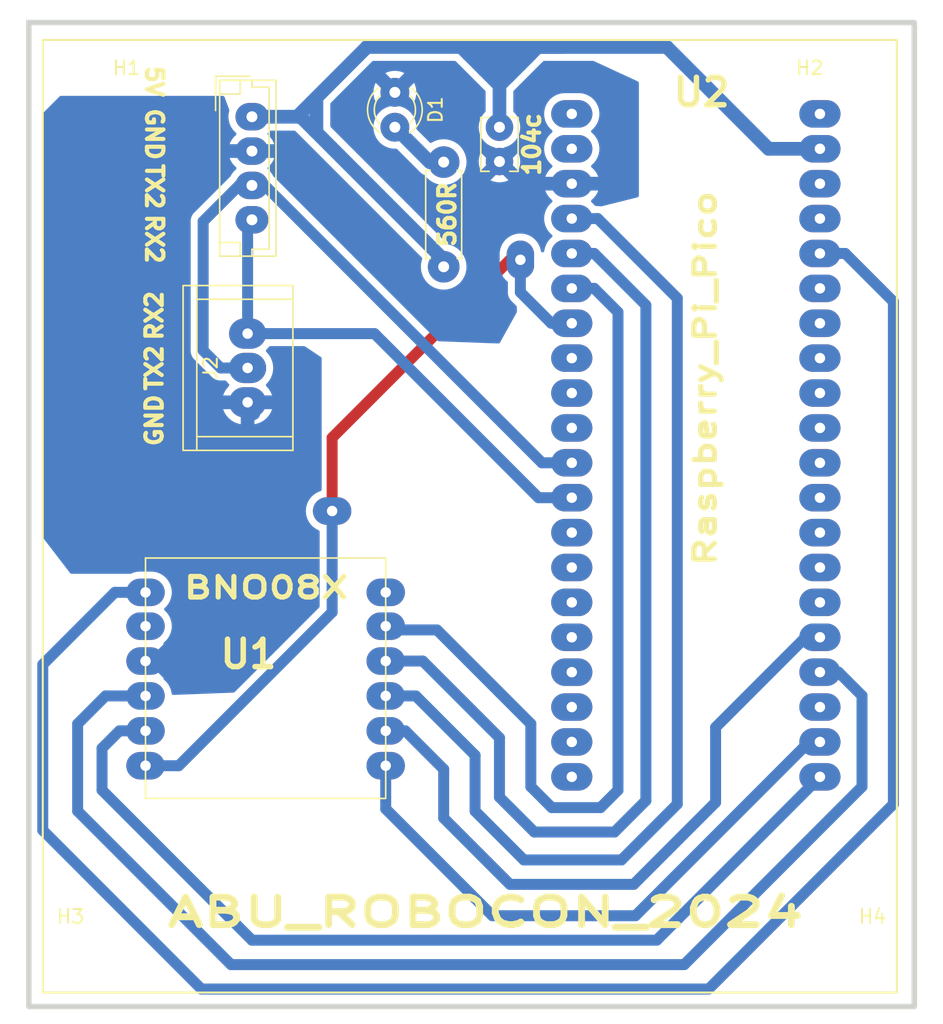
<source format=kicad_pcb>
(kicad_pcb (version 20211014) (generator pcbnew)
  (layers (0 "F.Cu" signal) (31 "B.Cu" signal) (34 "B.Paste" user) (35 "F.Paste" user) (36 "B.SilkS" user "B.Silkscreen") (37 "F.SilkS" user "F.Silkscreen") (38 "B.Mask" user) (39 "F.Mask" user) (44 "Edge.Cuts" user))
  (net 0 "")
  (net 1 "/VSYS")
  (net 2 "GND")
  (net 3 "Net-(D1-Pad2)")
  (net 4 "/RX2")
  (net 5 "/TX2")
  (net 6 "/VIN")
  (net 8 "/SCL")
  (net 9 "/SDA")
  (net 10 "/INT")
  (net 12 "/P0")
  (net 13 "/P1")
  (net 14 "/RST")
  (net 15 "/DI")
  (net 16 "/CS")
  (footprint "" (layer "F.Cu") (at 112.776 71.12 90)
    (fp_text reference "" (at 0 0 90) (layer "F.SilkS") (effects (font (size 1.27 1.27))))
    (fp_text value "" (at 0 0 90) (layer "F.SilkS") (effects (font (size 1.27 1.27))))
    (pad "6" thru_hole oval (at 0 0 90) (size 2.8 2) (drill oval 0.762) (layers *.Cu *.Mask) (net 10 "/INT"))
  )
  (footprint "MY_LIB:Capacitor_Disc_Small" (layer "F.Cu") (at 111.252 61.468 -90)
    (fp_text reference "104c" (at 1.25 -2.36 90) (layer "F.SilkS") (effects (font (size 1.2 1.2) (thickness 0.3))))
    (fp_text value "C")
    (fp_line (start 3.21 0.75) (end 3.21 1.36) (layer "F.SilkS") (width 0.12))
    (fp_line (start -0.71 1.36) (end 3.21 1.36) (layer "F.SilkS") (width 0.12))
    (fp_line (start -0.71 -1.36) (end 3.21 -1.36) (layer "F.SilkS") (width 0.12))
    (fp_line (start -0.71 0.75) (end -0.71 1.36) (layer "F.SilkS") (width 0.12))
    (fp_line (start -0.71 -1.36) (end -0.71 -0.75) (layer "F.SilkS") (width 0.12))
    (fp_line (start 3.21 -1.36) (end 3.21 -0.75) (layer "F.SilkS") (width 0.12))
    (pad "1" thru_hole circle locked (at 0 0 270) (size 2 2) (drill 0.8) (layers *.Cu *.Mask) (net 1 "/VSYS"))
    (pad "2" thru_hole circle locked (at 2.5 0 270) (size 2 2) (drill 0.8) (layers *.Cu *.Mask) (net 2 "GND"))
  )
  (footprint "Rasp_pi_pico:Rasp_pi_pico" (layer "F.Cu") (at 121.601 85.899)
    (fp_text reference "U2" (at 4.383 -26.971 unlocked) (layer "F.SilkS") (effects (font (size 2 2) (thickness 0.4))))
    (fp_text value "rasp_pi_pico")
    (pad "1" thru_hole oval (at -5.08 -25.4) (size 3 2) (drill 0.762) (layers *.Cu *.Mask))
    (pad "2" thru_hole oval (at -5.08 -22.86) (size 3 2) (drill 0.762) (layers *.Cu *.Mask))
    (pad "3" thru_hole oval (at -5.08 -20.32) (size 3 2) (drill 0.762) (layers *.Cu *.Mask) (net 2 "GND"))
    (pad "4" thru_hole oval (at -5.08 -17.78) (size 3 2) (drill 0.762) (layers *.Cu *.Mask) (net 14 "/RST"))
    (pad "5" thru_hole oval (at -5.08 -15.24) (size 3 2) (drill 0.762) (layers *.Cu *.Mask) (net 13 "/P1"))
    (pad "6" thru_hole oval (at -5.08 -12.7) (size 3 2) (drill 0.762) (layers *.Cu *.Mask) (net 12 "/P0"))
    (pad "7" thru_hole oval (at -5.08 -10.16) (size 3 2) (drill 0.762) (layers *.Cu *.Mask) (net 10 "/INT"))
    (pad "8" thru_hole oval (at -5.08 -7.62) (size 3 2) (drill 0.762) (layers *.Cu *.Mask))
    (pad "9" thru_hole oval (at -5.08 -5.08) (size 3 2) (drill 0.762) (layers *.Cu *.Mask))
    (pad "10" thru_hole oval (at -5.08 -2.54) (size 3 2) (drill 0.762) (layers *.Cu *.Mask))
    (pad "11" thru_hole oval (at -5.08 0) (size 3 2) (drill 0.762) (layers *.Cu *.Mask) (net 5 "/TX2"))
    (pad "12" thru_hole oval (at -5.08 2.54) (size 3 2) (drill 0.762) (layers *.Cu *.Mask) (net 4 "/RX2"))
    (pad "13" thru_hole oval (at -5.08 5.08) (size 3 2) (drill 0.762) (layers *.Cu *.Mask))
    (pad "14" thru_hole oval (at -5.08 7.62) (size 3 2) (drill 0.762) (layers *.Cu *.Mask))
    (pad "15" thru_hole oval (at -5.08 10.16) (size 3 2) (drill 0.762) (layers *.Cu *.Mask))
    (pad "16" thru_hole oval (at -5.08 12.7) (size 3 2) (drill 0.762) (layers *.Cu *.Mask))
    (pad "17" thru_hole oval (at -5.08 15.24) (size 3 2) (drill 0.762) (layers *.Cu *.Mask))
    (pad "18" thru_hole oval (at -5.08 17.78) (size 3 2) (drill 0.762) (layers *.Cu *.Mask))
    (pad "19" thru_hole oval (at -5.08 20.32) (size 3 2) (drill 0.762) (layers *.Cu *.Mask))
    (pad "20" thru_hole oval (at -5.08 22.86) (size 3 2) (drill 0.762) (layers *.Cu *.Mask))
    (pad "21" thru_hole oval (at 13 22.86) (size 3 2) (drill 0.762) (layers *.Cu *.Mask) (net 9 "/SDA"))
    (pad "22" thru_hole oval (at 13 20.32) (size 3 2) (drill 0.762) (layers *.Cu *.Mask) (net 16 "/CS"))
    (pad "23" thru_hole oval (at 13 17.78) (size 3 2) (drill 0.762) (layers *.Cu *.Mask))
    (pad "24" thru_hole oval (at 13 15.24) (size 3 2) (drill 0.762) (layers *.Cu *.Mask) (net 8 "/SCL"))
    (pad "25" thru_hole oval (at 13 12.7) (size 3 2) (drill 0.762) (layers *.Cu *.Mask) (net 15 "/DI"))
    (pad "26" thru_hole oval (at 13 10.16) (size 3 2) (drill 0.762) (layers *.Cu *.Mask))
    (pad "27" thru_hole oval (at 13 7.62) (size 3 2) (drill 0.762) (layers *.Cu *.Mask))
    (pad "28" thru_hole oval (at 13 5.08) (size 3 2) (drill 0.762) (layers *.Cu *.Mask))
    (pad "29" thru_hole oval (at 13 2.54) (size 3 2) (drill 0.762) (layers *.Cu *.Mask))
    (pad "30" thru_hole oval (at 13 0) (size 3 2) (drill 0.762) (layers *.Cu *.Mask))
    (pad "31" thru_hole oval (at 13 -2.54) (size 3 2) (drill 0.762) (layers *.Cu *.Mask))
    (pad "32" thru_hole oval (at 13 -5.08) (size 3 2) (drill 0.762) (layers *.Cu *.Mask))
    (pad "33" thru_hole oval (at 13 -7.62) (size 3 2) (drill 0.762) (layers *.Cu *.Mask))
    (pad "34" thru_hole oval (at 13 -10.16) (size 3 2) (drill 0.762) (layers *.Cu *.Mask))
    (pad "35" thru_hole oval (at 13 -12.7) (size 3 2) (drill 0.762) (layers *.Cu *.Mask))
    (pad "36" thru_hole oval (at 13 -15.24) (size 3 2) (drill 0.762) (layers *.Cu *.Mask) (net 6 "/VIN"))
    (pad "37" thru_hole oval (at 13 -17.78) (size 3 2) (drill 0.762) (layers *.Cu *.Mask))
    (pad "38" thru_hole oval (at 13 -20.32) (size 3 2) (drill 0.762) (layers *.Cu *.Mask))
    (pad "39" thru_hole oval (at 13 -22.86) (size 3 2) (drill 0.762) (layers *.Cu *.Mask) (net 1 "/VSYS"))
    (pad "40" thru_hole oval (at 13 -25.4) (size 3 2) (drill 0.762) (layers *.Cu *.Mask))
  )
  (footprint "MY_LIB:LED_D3.0mm" (layer "F.Cu") (at 103.632 58.928 -90)
    (fp_text reference "D1" (at 1.27 -2.96 90) (layer "F.SilkS"))
    (fp_text value "LED")
    (fp_line (start -0.29 -1.236) (end -0.29 -1.08) (layer "F.SilkS") (width 0.12))
    (fp_line (start -0.29 1.08) (end -0.29 1.236) (layer "F.SilkS") (width 0.12))
    (fp_arc (start 2.31113 1.079837) (mid 1.270117 1.5) (end 0.229039 1.08) (layer "F.SilkS") (width 0.12))
    (fp_arc (start -0.29 -1.235516) (mid 1.366487 -1.987659) (end 2.942335 -1.078608) (layer "F.SilkS") (width 0.12))
    (fp_arc (start 0.229039 -1.08) (mid 1.270117 -1.5) (end 2.31113 -1.079837) (layer "F.SilkS") (width 0.12))
    (fp_arc (start 2.942335 1.078608) (mid 1.366487 1.987659) (end -0.29 1.235516) (layer "F.SilkS") (width 0.12))
    (pad "1" thru_hole circle locked (at 0 0 270) (size 2.1 2.1) (drill 0.8) (layers *.Cu *.Mask) (net 2 "GND"))
    (pad "2" thru_hole circle locked (at 2.54 0 270) (size 2.1 2.1) (drill 0.8) (layers *.Cu *.Mask) (net 3 "Net-(D1-Pad2)"))
  )
  (footprint "MountingHole:MountingHole_2.5mm" (layer "F.Cu") (at 138.176 57.15)
    (fp_text reference "H2" (at -4.318 0) (layer "F.SilkS"))
    (fp_text value "MountingHole")
    (pad "" np_thru_hole circle (at 0 0) (size 2.5 2.5) (drill 2.5) (layers *.Cu *.Mask))
  )
  (footprint "MountingHole:MountingHole_2.5mm" (layer "F.Cu") (at 80.01 122.428)
    (fp_text reference "H3" (at 0 -3.5) (layer "F.SilkS"))
    (fp_text value "MountingHole")
    (pad "" np_thru_hole circle (at 0 0) (size 2.5 2.5) (drill 2.5) (layers *.Cu *.Mask))
  )
  (footprint "JST _1X03:1X03" (layer "F.Cu") (at 92.202 78.994 180)
    (fp_text reference "J2" (at 2 0 90 unlocked) (layer "F.SilkS"))
    (fp_text value "Conn_01x03_Male")
    (fp_line (start -4 -5) (end 3 -5) (layer "F.SilkS") (width 0.12))
    (fp_line (start -4 5) (end 3 5) (layer "F.SilkS") (width 0.12))
    (fp_line (start 3 -6) (end 3 6) (layer "F.SilkS") (width 0.12))
    (fp_rect (start -4 -6) (end 4 6) (layer "F.SilkS") (width 0.12) (fill none))
    (pad "1" thru_hole oval (at -0.7 -2.5 180) (size 2.7 2.2) (drill oval 0.762) (layers *.Cu *.Mask) (net 2 "GND"))
    (pad "2" thru_hole oval (at -0.7 0 180) (size 2.7 2.2) (drill oval 0.762) (layers *.Cu *.Mask) (net 5 "/TX2"))
    (pad "3" thru_hole oval (at -0.7 2.5 180) (size 2.7 2.2) (drill oval 0.762) (layers *.Cu *.Mask) (net 4 "/RX2"))
  )
  (footprint "MountingHole:MountingHole_2.5mm" (layer "F.Cu") (at 138.43 122.428)
    (fp_text reference "H4" (at 0 -3.5) (layer "F.SilkS"))
    (fp_text value "MountingHole")
    (pad "" np_thru_hole circle (at 0 0) (size 2.5 2.5) (drill 2.5) (layers *.Cu *.Mask))
  )
  (footprint "MY_LIB:jst_4" (layer "F.Cu") (at 93.218 60.706 -90)
    (fp_text reference "J1" hide)
    (fp_text value "Conn_01x04_Male")
    (fp_line (start -2.15 0) (end -2.15 -1.25) (layer "F.SilkS") (width 0.12))
    (fp_line (start -2.65 0.85) (end -1.65 0.85) (layer "F.SilkS") (width 0.12))
    (fp_line (start -2.65 -1.75) (end -2.65 2.35) (layer "F.SilkS") (width 0.12))
    (fp_line (start 9.15 0.85) (end 9.15 2.35) (layer "F.SilkS") (width 0.12))
    (fp_line (start 10.15 -1.75) (end -2.65 -1.75) (layer "F.SilkS") (width 0.12))
    (fp_line (start 9.65 0) (end 10.15 0) (layer "F.SilkS") (width 0.12))
    (fp_line (start -2.65 0) (end -2.15 0) (layer "F.SilkS") (width 0.12))
    (fp_line (start 10.15 2.35) (end 10.15 -1.75) (layer "F.SilkS") (width 0.12))
    (fp_line (start -1.65 0.85) (end -1.65 2.35) (layer "F.SilkS") (width 0.12))
    (fp_line (start -2.95 0.15) (end -2.95 2.65) (layer "F.SilkS") (width 0.12))
    (fp_line (start -2.15 -1.25) (end 9.65 -1.25) (layer "F.SilkS") (width 0.12))
    (fp_line (start 9.65 -1.25) (end 9.65 0) (layer "F.SilkS") (width 0.12))
    (fp_line (start -2.65 2.35) (end 10.15 2.35) (layer "F.SilkS") (width 0.12))
    (fp_line (start -2.95 2.65) (end -0.45 2.65) (layer "F.SilkS") (width 0.12))
    (fp_line (start 10.15 0.85) (end 9.15 0.85) (layer "F.SilkS") (width 0.12))
    (pad "1" thru_hole oval locked (at 0 0 270) (size 2 2.4) (drill 0.8) (layers *.Cu *.Mask) (net 1 "/VSYS"))
    (pad "2" thru_hole oval locked (at 2.5 0 270) (size 2 2.4) (drill 0.8) (layers *.Cu *.Mask) (net 2 "GND"))
    (pad "3" thru_hole oval locked (at 5 0 270) (size 2 2.4) (drill 0.8) (layers *.Cu *.Mask) (net 5 "/TX2"))
    (pad "4" thru_hole oval locked (at 7.5 0 270) (size 2 2.4) (drill 0.8) (layers *.Cu *.Mask) (net 4 "/RX2"))
  )
  (footprint "MY_LIB:Resistor_small" (layer "F.Cu") (at 107.188 71.628 90)
    (fp_text reference "560R" (at 3.81 0.254 90) (layer "F.SilkS") (effects (font (size 1.2 1.2) (thickness 0.3))))
    (fp_text value "R")
    (fp_line (start 0.6 0.98) (end 0.6 1.31) (layer "F.SilkS") (width 0.12))
    (fp_line (start 0.6 -1.31) (end 7.02 -1.31) (layer "F.SilkS") (width 0.12))
    (fp_line (start 0.6 -0.98) (end 0.6 -1.31) (layer "F.SilkS") (width 0.12))
    (fp_line (start 0.6 1.31) (end 7.02 1.31) (layer "F.SilkS") (width 0.12))
    (fp_line (start 7.02 -1.31) (end 7.02 -0.98) (layer "F.SilkS") (width 0.12))
    (fp_line (start 7.02 1.31) (end 7.02 0.98) (layer "F.SilkS") (width 0.12))
    (pad "1" thru_hole circle locked (at 0 0 90) (size 2.3 2.3) (drill 0.8) (layers *.Cu *.Mask) (net 1 "/VSYS"))
    (pad "2" thru_hole circle locked (at 7.62 0 90) (size 2.3 2.3) (drill 0.8) (layers *.Cu *.Mask) (net 3 "Net-(D1-Pad2)"))
  )
  (footprint "IMU:BNO08X" (layer "F.Cu") (at 92.964 100.33)
    (fp_text reference "U1" (at 0 -0.5 unlocked) (layer "F.SilkS") (effects (font (size 2 2) (thickness 0.4))))
    (fp_text value "BNO08X")
    (fp_rect (start -7.5 -7.5) (end 10 10) (layer "F.SilkS") (width 0.12) (fill none))
    (pad "1" thru_hole oval (at -7.5 -5) (size 2.8 2) (drill oval 0.762) (layers *.Cu *.Mask) (net 6 "/VIN"))
    (pad "2" thru_hole oval (at -7.5 -2.54) (size 2.8 2) (drill oval 0.762) (layers *.Cu *.Mask))
    (pad "3" thru_hole oval (at -7.5 0) (size 2.8 2) (drill oval 0.762) (layers *.Cu *.Mask) (net 2 "GND"))
    (pad "4" thru_hole oval (at -7.5 2.54) (size 2.8 2) (drill oval 0.762) (layers *.Cu *.Mask) (net 8 "/SCL"))
    (pad "5" thru_hole oval (at -7.5 5.08) (size 2.8 2) (drill oval 0.762) (layers *.Cu *.Mask) (net 9 "/SDA"))
    (pad "6" thru_hole oval (at -7.5 7.62) (size 2.8 2) (drill oval 0.762) (layers *.Cu *.Mask) (net 10 "/INT"))
    (pad "7" thru_hole oval (at 10 -5) (size 2.8 2) (drill oval 0.762) (layers *.Cu *.Mask))
    (pad "8" thru_hole oval (at 10 -2.54) (size 2.8 2) (drill oval 0.762) (layers *.Cu *.Mask) (net 12 "/P0"))
    (pad "9" thru_hole oval (at 10 0) (size 2.8 2) (drill oval 0.762) (layers *.Cu *.Mask) (net 13 "/P1"))
    (pad "10" thru_hole oval (at 10 2.54) (size 2.8 2) (drill oval 0.762) (layers *.Cu *.Mask) (net 14 "/RST"))
    (pad "11" thru_hole oval (at 10 5.08) (size 2.8 2) (drill oval 0.762) (layers *.Cu *.Mask) (net 15 "/DI"))
    (pad "12" thru_hole oval (at 10 7.62) (size 2.8 2) (drill oval 0.762) (layers *.Cu *.Mask) (net 16 "/CS"))
  )
  (footprint "MountingHole:MountingHole_2.5mm" (layer "F.Cu") (at 80.264 57.15)
    (fp_text reference "H1" (at 3.81 0) (layer "F.SilkS"))
    (fp_text value "MountingHole")
    (pad "" np_thru_hole circle (at 0 0) (size 2.5 2.5) (drill 2.5) (layers *.Cu *.Mask))
  )
  (footprint "" (layer "F.Cu") (at 99.06 89.408)
    (fp_text reference "" (at 0 0) (layer "F.SilkS") (effects (font (size 1.27 1.27))))
    (fp_text value "" (at 0 0) (layer "F.SilkS") (effects (font (size 1.27 1.27))))
    (pad "6" thru_hole oval (at 0 0) (size 2.8 2) (drill oval 0.762) (layers *.Cu *.Mask) (net 10 "/INT"))
  )
  (gr_line (start 140.208 55.118) (end 140.208 55.626) (layer "F.SilkS") (width 0.15))
  (gr_line (start 139.954 55.118) (end 140.208 55.118) (layer "F.SilkS") (width 0.15))
  (gr_line (start 140.208 55.372) (end 140.208 124.46) (layer "F.SilkS") (width 0.15))
  (gr_line (start 77.978 124.46) (end 77.978 55.118) (layer "F.SilkS") (width 0.15))
  (gr_line (start 77.978 55.118) (end 139.954 55.118) (layer "F.SilkS") (width 0.15))
  (gr_line (start 140.208 124.46) (end 77.978 124.46) (layer "F.SilkS") (width 0.15))
  (gr_rect (start 76.962 53.848) (end 141.478 125.476) (layer "Edge.Cuts") (width 0.4) (fill none))
  (gr_text "RX2" (at 86.106 75.184 90) (layer "F.SilkS") (effects (font (size 1.2 1.2) (thickness 0.3))))
  (gr_text "TX2" (at 86.106 65.786 270) (layer "F.SilkS") (effects (font (size 1.2 1.2) (thickness 0.3))))
  (gr_text "ABU_ROBOCON_2024" (at 110.236 118.618) (layer "F.SilkS") (effects (font (size 2 3) (thickness 0.5))))
  (gr_text "BNO08X" (at 94.234 94.996) (layer "F.SilkS") (effects (font (size 1.5 2) (thickness 0.375))))
  (gr_text "GND" (at 86.106 61.976 270) (layer "F.SilkS") (effects (font (size 1.2 1.2) (thickness 0.3))))
  (gr_text "TX2" (at 86.106 78.994 90) (layer "F.SilkS") (effects (font (size 1.2 1.2) (thickness 0.3))))
  (gr_text "RX2" (at 86.106 69.596 270) (layer "F.SilkS") (effects (font (size 1.2 1.2) (thickness 0.3))))
  (gr_text "Raspberry_Pi_Pico" (at 126.238 79.756 90) (layer "F.SilkS") (effects (font (size 1.5 2) (thickness 0.375))))
  (gr_text "	5V\n" (at 86.106 55.88 270) (layer "F.SilkS") (effects (font (size 1.2 1.2) (thickness 0.3))))
  (gr_text "GND" (at 86.106 82.804 90) (layer "F.SilkS") (effects (font (size 1.2 1.2) (thickness 0.3))))
  (segment (start 112.776 56.896) (end 113.538 56.134) (width 1) (layer "B.Cu") (net 1))
  (segment (start 111.887 57.785) (end 111.379 57.277) (width 1) (layer "B.Cu") (net 1))
  (segment (start 96.52 60.706) (end 96.774 60.706) (width 1) (layer "B.Cu") (net 1))
  (segment (start 111.506 61.214) (end 111.252 61.214) (width 1) (layer "B.Cu") (net 1))
  (segment (start 111.506 56.134) (end 112.522 56.134) (width 1) (layer "B.Cu") (net 1))
  (segment (start 111.252 61.468) (end 111.506 61.214) (width 1) (layer "B.Cu") (net 1))
  (segment (start 96.52 60.706) (end 97.917 59.309) (width 1) (layer "B.Cu") (net 1))
  (segment (start 97.917 59.309) (end 97.917 61.595) (width 1) (layer "B.Cu") (net 1))
  (segment (start 101.6 55.626) (end 108.458 55.626) (width 1) (layer "B.Cu") (net 1))
  (segment (start 108.458 55.626) (end 108.966 56.134) (width 1) (layer "B.Cu") (net 1))
  (segment (start 109.22 55.88) (end 109.474 55.626) (width 1) (layer "B.Cu") (net 1))
  (segment (start 93.218 60.706) (end 96.52 60.706) (width 1) (layer "B.Cu") (net 1))
  (segment (start 111.379 57.277) (end 110.109 57.277) (width 1) (layer "B.Cu") (net 1))
  (segment (start 111.252 58.42) (end 111.887 57.785) (width 1) (layer "B.Cu") (net 1))
  (segment (start 109.474 55.626) (end 110.998 55.626) (width 1) (layer "B.Cu") (net 1))
  (segment (start 115.824 55.626) (end 123.444 55.626) (width 1) (layer "B.Cu") (net 1))
  (segment (start 130.857 63.039) (end 134.601 63.039) (width 1) (layer "B.Cu") (net 1))
  (segment (start 97.79 61.722) (end 107.188 71.12) (width 1) (layer "B.Cu") (net 1))
  (segment (start 108.966 56.134) (end 109.474 56.134) (width 1) (layer "B.Cu") (net 1))
  (segment (start 112.522 56.134) (end 111.76 56.896) (width 1) (layer "B.Cu") (net 1))
  (segment (start 110.998 55.626) (end 110.998 56.388) (width 1) (layer "B.Cu") (net 1))
  (segment (start 107.188 71.12) (end 107.188 71.628) (width 1) (layer "B.Cu") (net 1))
  (segment (start 111.76 56.896) (end 110.744 56.896) (width 1) (layer "B.Cu") (net 1))
  (segment (start 97.917 61.595) (end 97.79 61.722) (width 1) (layer "B.Cu") (net 1))
  (segment (start 110.998 55.626) (end 115.824 55.626) (width 1) (layer "B.Cu") (net 1))
  (segment (start 96.774 60.706) (end 97.79 61.722) (width 1) (layer "B.Cu") (net 1))
  (segment (start 111.252 61.468) (end 111.252 58.42) (width 1) (layer "B.Cu") (net 1))
  (segment (start 111.887 57.785) (end 112.776 56.896) (width 1) (layer "B.Cu") (net 1))
  (segment (start 110.744 56.896) (end 109.982 56.134) (width 1) (layer "B.Cu") (net 1))
  (segment (start 114.046 55.626) (end 115.824 55.626) (width 1) (layer "B.Cu") (net 1))
  (segment (start 111.887 57.785) (end 114.046 55.626) (width 1) (layer "B.Cu") (net 1))
  (segment (start 97.917 59.309) (end 101.6 55.626) (width 1) (layer "B.Cu") (net 1))
  (segment (start 112.776 56.896) (end 110.744 56.896) (width 1) (layer "B.Cu") (net 1))
  (segment (start 110.109 57.277) (end 111.252 58.42) (width 1) (layer "B.Cu") (net 1))
  (segment (start 110.998 55.626) (end 111.506 56.134) (width 1) (layer "B.Cu") (net 1))
  (segment (start 108.458 55.626) (end 110.998 55.626) (width 1) (layer "B.Cu") (net 1))
  (segment (start 93.472 60.96) (end 93.218 60.706) (width 1) (layer "B.Cu") (net 1))
  (segment (start 123.444 55.626) (end 130.857 63.039) (width 1) (layer "B.Cu") (net 1))
  (segment (start 109.982 56.134) (end 109.474 56.134) (width 1) (layer "B.Cu") (net 1))
  (segment (start 108.966 56.134) (end 110.109 57.277) (width 1) (layer "B.Cu") (net 1))
  (segment (start 86.614 100.33) (end 88.9 98.044) (width 1.5) (layer "B.Cu") (net 2))
  (segment (start 86.60202 100.33) (end 88.138 101.86598) (width 1.5) (layer "B.Cu") (net 2))
  (segment (start 93.32 82.296) (end 92.772 81.748) (width 1) (layer "B.Cu") (net 2))
  (segment (start 86.868 100.33) (end 87.884 99.314) (width 1.5) (layer "B.Cu") (net 2))
  (segment (start 85.464 100.33) (end 86.868 100.33) (width 1.5) (layer "B.Cu") (net 2))
  (segment (start 85.464 100.33) (end 86.614 100.33) (width 1.5) (layer "B.Cu") (net 2))
  (segment (start 85.464 100.33) (end 86.60202 100.33) (width 1.5) (layer "B.Cu") (net 2))
  (segment (start 86.868 100.33) (end 87.884 101.346) (width 1.5) (layer "B.Cu") (net 2))
  (segment (start 106.172 64.008) (end 103.632 61.468) (width 1) (layer "B.Cu") (net 3))
  (segment (start 107.188 64.008) (end 106.172 64.008) (width 1) (layer "B.Cu") (net 3))
  (segment (start 114.093 88.439) (end 102.148 76.494) (width 0.8) (layer "B.Cu") (net 4))
  (segment (start 116.521 88.439) (end 114.093 88.439) (width 0.8) (layer "B.Cu") (net 4))
  (segment (start 102.148 76.494) (end 92.902 76.494) (width 0.8) (layer "B.Cu") (net 4))
  (segment (start 92.902 76.494) (end 92.902 68.522) (width 0.8) (layer "B.Cu") (net 4))
  (segment (start 92.902 68.522) (end 93.218 68.206) (width 0.8) (layer "B.Cu") (net 4))
  (segment (start 116.521 85.899) (end 114.347 85.899) (width 0.8) (layer "B.Cu") (net 5))
  (segment (start 92.282 65.706) (end 93.218 65.706) (width 0.8) (layer "B.Cu") (net 5))
  (segment (start 89.662 77.724) (end 89.662 68.326) (width 0.8) (layer "B.Cu") (net 5))
  (segment (start 90.932 78.994) (end 89.662 77.724) (width 0.8) (layer "B.Cu") (net 5))
  (segment (start 94.154 65.706) (end 93.218 65.706) (width 0.8) (layer "B.Cu") (net 5))
  (segment (start 89.662 68.326) (end 92.282 65.706) (width 0.8) (layer "B.Cu") (net 5))
  (segment (start 114.347 85.899) (end 94.154 65.706) (width 0.8) (layer "B.Cu") (net 5))
  (segment (start 92.902 78.994) (end 90.932 78.994) (width 0.8) (layer "B.Cu") (net 5))
  (segment (start 83.232 95.33) (end 77.978 100.584) (width 0.8) (layer "B.Cu") (net 6))
  (segment (start 126.492 124.206) (end 139.954 110.744) (width 0.8) (layer "B.Cu") (net 6))
  (segment (start 89.535 124.206) (end 126.492 124.206) (width 0.8) (layer "B.Cu") (net 6))
  (segment (start 136.445 70.659) (end 134.601 70.659) (width 0.8) (layer "B.Cu") (net 6))
  (segment (start 85.464 95.33) (end 83.232 95.33) (width 0.8) (layer "B.Cu") (net 6))
  (segment (start 139.954 110.744) (end 139.954 74.168) (width 0.8) (layer "B.Cu") (net 6))
  (segment (start 77.978 100.584) (end 77.978 112.649) (width 0.8) (layer "B.Cu") (net 6))
  (segment (start 77.978 112.649) (end 89.535 124.206) (width 0.8) (layer "B.Cu") (net 6))
  (segment (start 139.954 74.168) (end 136.445 70.659) (width 0.8) (layer "B.Cu") (net 6))
  (segment (start 82.55 102.87) (end 80.518 104.902) (width 0.8) (layer "B.Cu") (net 8))
  (segment (start 137.668 109.474) (end 137.668 102.848258) (width 0.8) (layer "B.Cu") (net 8))
  (segment (start 80.518 111.252) (end 91.694 122.428) (width 0.8) (layer "B.Cu") (net 8))
  (segment (start 91.694 122.428) (end 124.714 122.428) (width 0.8) (layer "B.Cu") (net 8))
  (segment (start 85.464 102.87) (end 82.55 102.87) (width 0.8) (layer "B.Cu") (net 8))
  (segment (start 137.668 102.848258) (end 135.958742 101.139) (width 0.8) (layer "B.Cu") (net 8))
  (segment (start 80.518 104.902) (end 80.518 111.252) (width 0.8) (layer "B.Cu") (net 8))
  (segment (start 135.958742 101.139) (end 134.601 101.139) (width 0.8) (layer "B.Cu") (net 8))
  (segment (start 124.714 122.428) (end 137.668 109.474) (width 0.8) (layer "B.Cu") (net 8))
  (segment (start 122.71 120.65) (end 134.601 108.759) (width 0.8) (layer "B.Cu") (net 9))
  (segment (start 82.296 109.728) (end 93.218 120.65) (width 0.8) (layer "B.Cu") (net 9))
  (segment (start 85.464 105.41) (end 85.864 105.41) (width 0.8) (layer "B.Cu") (net 9))
  (segment (start 82.296 106.68) (end 82.296 109.728) (width 0.8) (layer "B.Cu") (net 9))
  (segment (start 83.566 105.41) (end 82.296 106.68) (width 0.8) (layer "B.Cu") (net 9))
  (segment (start 85.464 105.41) (end 83.566 105.41) (width 0.8) (layer "B.Cu") (net 9))
  (segment (start 93.218 120.65) (end 122.71 120.65) (width 0.8) (layer "B.Cu") (net 9))
  (segment (start 112.014 71.12) (end 112.776 71.12) (width 0.8) (layer "F.Cu") (net 10))
  (segment (start 99.06 89.408) (end 99.06 84.074) (width 0.8) (layer "F.Cu") (net 10))
  (segment (start 99.06 84.074) (end 112.014 71.12) (width 0.8) (layer "F.Cu") (net 10))
  (segment (start 115.033 75.739) (end 116.521 75.739) (width 0.8) (layer "B.Cu") (net 10))
  (segment (start 99.06 96.774) (end 87.884 107.95) (width 0.8) (layer "B.Cu") (net 10))
  (segment (start 99.06 89.408) (end 99.06 96.774) (width 0.8) (layer "B.Cu") (net 10))
  (segment (start 112.776 73.482) (end 115.033 75.739) (width 0.8) (layer "B.Cu") (net 10))
  (segment (start 87.884 107.95) (end 85.464 107.95) (width 0.8) (layer "B.Cu") (net 10))
  (segment (start 112.776 71.12) (end 112.776 73.482) (width 0.8) (layer "B.Cu") (net 10))
  (segment (start 115.062 110.998) (end 118.618 110.998) (width 0.8) (layer "B.Cu") (net 12))
  (segment (start 119.888 109.728) (end 119.888 74.93) (width 0.8) (layer "B.Cu") (net 12))
  (segment (start 113.538 109.474) (end 115.062 110.998) (width 0.8) (layer "B.Cu") (net 12))
  (segment (start 118.618 110.998) (end 119.888 109.728) (width 0.8) (layer "B.Cu") (net 12))
  (segment (start 113.538 104.902) (end 113.538 109.474) (width 0.8) (layer "B.Cu") (net 12))
  (segment (start 103.238 98.064) (end 106.7 98.064) (width 0.8) (layer "B.Cu") (net 12))
  (segment (start 119.888 74.93) (end 118.157 73.199) (width 0.8) (layer "B.Cu") (net 12))
  (segment (start 118.157 73.199) (end 116.521 73.199) (width 0.8) (layer "B.Cu") (net 12))
  (segment (start 102.964 97.79) (end 103.238 98.064) (width 0.8) (layer "B.Cu") (net 12))
  (segment (start 106.7 98.064) (end 113.538 104.902) (width 0.8) (layer "B.Cu") (net 12))
  (segment (start 119.634 112.776) (end 121.92 110.49) (width 0.8) (layer "B.Cu") (net 13))
  (segment (start 105.664 100.33) (end 111.252 105.918) (width 0.8) (layer "B.Cu") (net 13))
  (segment (start 121.92 110.49) (end 121.92 74.422) (width 0.8) (layer "B.Cu") (net 13))
  (segment (start 118.157 70.659) (end 116.521 70.659) (width 0.8) (layer "B.Cu") (net 13))
  (segment (start 113.792 112.776) (end 119.634 112.776) (width 0.8) (layer "B.Cu") (net 13))
  (segment (start 111.252 105.918) (end 111.252 110.236) (width 0.8) (layer "B.Cu") (net 13))
  (segment (start 111.252 110.236) (end 113.792 112.776) (width 0.8) (layer "B.Cu") (net 13))
  (segment (start 102.964 100.33) (end 105.664 100.33) (width 0.8) (layer "B.Cu") (net 13))
  (segment (start 121.92 74.422) (end 118.157 70.659) (width 0.8) (layer "B.Cu") (net 13))
  (segment (start 102.964 102.87) (end 105.156 102.87) (width 0.8) (layer "B.Cu") (net 14))
  (segment (start 105.156 102.87) (end 109.474 107.188) (width 0.8) (layer "B.Cu") (net 14))
  (segment (start 113.03 114.808) (end 120.142 114.808) (width 0.8) (layer "B.Cu") (net 14))
  (segment (start 109.474 107.188) (end 109.474 111.252) (width 0.8) (layer "B.Cu") (net 14))
  (segment (start 124.206 73.914) (end 118.411 68.119) (width 0.8) (layer "B.Cu") (net 14))
  (segment (start 120.142 114.808) (end 124.206 110.744) (width 0.8) (layer "B.Cu") (net 14))
  (segment (start 124.206 110.744) (end 124.206 73.914) (width 0.8) (layer "B.Cu") (net 14))
  (segment (start 118.411 68.119) (end 116.521 68.119) (width 0.8) (layer "B.Cu") (net 14))
  (segment (start 109.474 111.252) (end 113.03 114.808) (width 0.8) (layer "B.Cu") (net 14))
  (segment (start 107.188 108.204) (end 107.188 111.76) (width 0.8) (layer "B.Cu") (net 15))
  (segment (start 121.031 116.586) (end 127 110.617) (width 0.8) (layer "B.Cu") (net 15))
  (segment (start 102.964 105.41) (end 104.394 105.41) (width 0.8) (layer "B.Cu") (net 15))
  (segment (start 104.394 105.41) (end 107.188 108.204) (width 0.8) (layer "B.Cu") (net 15))
  (segment (start 107.188 111.76) (end 112.014 116.586) (width 0.8) (layer "B.Cu") (net 15))
  (segment (start 127 105.156) (end 133.557 98.599) (width 0.8) (layer "B.Cu") (net 15))
  (segment (start 127 110.617) (end 127 105.156) (width 0.8) (layer "B.Cu") (net 15))
  (segment (start 112.014 116.586) (end 121.031 116.586) (width 0.8) (layer "B.Cu") (net 15))
  (segment (start 133.557 98.599) (end 134.601 98.599) (width 0.8) (layer "B.Cu") (net 15))
  (segment (start 102.964 111.092) (end 110.744 118.872) (width 0.8) (layer "B.Cu") (net 16))
  (segment (start 110.744 118.872) (end 121.158 118.872) (width 0.8) (layer "B.Cu") (net 16))
  (segment (start 102.964 107.95) (end 102.964 111.092) (width 0.8) (layer "B.Cu") (net 16))
  (segment (start 121.158 118.872) (end 133.811 106.219) (width 0.8) (layer "B.Cu") (net 16))
  (segment (start 133.811 106.219) (end 134.601 106.219) (width 0.8) (layer "B.Cu") (net 16))
  (zone (net 0) (net_name "") (layer "B.Cu") (connect_pads (clearance 0)) (min_thickness 0.254)
    (keepout (tracks not_allowed) (vias not_allowed) (pads not_allowed) (copperpour not_allowed) (footprints allowed))
    (fill (thermal_gap 0.508) (thermal_bridge_width 1))
    (polygon (pts (xy 140.97 75.692) (xy 139.192 114.3) (xy 118.618 113.792) (xy 118.364 67.31) (xy 121.412 66.548) (xy 121.412 58.166) (xy 118.11 56.642) (xy 102.616 55.626) (xy 91.948 61.214) (xy 91.186 59.182) (xy 79.248 59.182) (xy 77.47 60.96) (xy 77.47 54.356) (xy 140.97 54.356)))
  )
  (zone (net 2) (net_name "GND") (layer "B.Cu") (connect_pads (clearance 0.508)) (min_thickness 0.254) (fill yes (thermal_gap 0.508) (thermal_bridge_width 1))
    (polygon (pts (xy 141.478 125.476) (xy 77.978 125.476) (xy 77.978 53.848) (xy 141.478 53.848)))
  )
  (zone (net 0) (net_name "") (layer "B.Cu") (connect_pads (clearance 0)) (min_thickness 0.254)
    (keepout (tracks not_allowed) (vias not_allowed) (pads not_allowed) (copperpour not_allowed) (footprints allowed))
    (fill (thermal_gap 0.508) (thermal_bridge_width 1))
    (polygon (pts (xy 121.158 85.09) (xy 86.868 108.712) (xy 85.598 102.87) (xy 92.202 102.616) (xy 105.664 90.17) (xy 104.394 76.962) (xy 111.252 77.216) (xy 112.522 74.93) (xy 112.522 72.898)))
  )
  (zone (net 0) (net_name "") (layer "B.Cu") (connect_pads (clearance 0)) (min_thickness 0.254)
    (keepout (tracks not_allowed) (vias not_allowed) (pads not_allowed) (copperpour not_allowed) (footprints allowed))
    (fill (thermal_gap 0.508) (thermal_bridge_width 1))
    (polygon (pts (xy 108.204 81.026) (xy 117.602 90.932) (xy 114.554 120.396) (xy 93.160844 122.942804) (xy 93.472 124.714) (xy 92.202708 123.056868) (xy 93.160844 122.942804) (xy 90.17 105.918) (xy 99.06 96.266) (xy 98.298 96.266) (xy 98.298 78.232) (xy 96.774 77.216)))
  )
)
</source>
